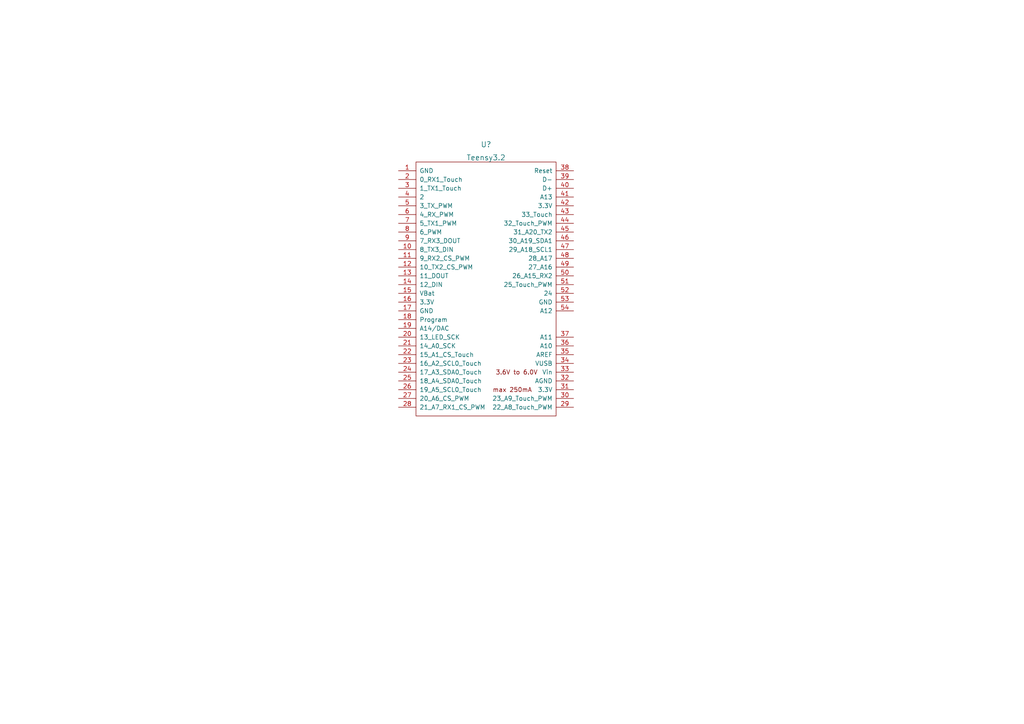
<source format=kicad_sch>
(kicad_sch (version 20211123) (generator eeschema)
  (paper "A4")
  (lib_symbols
    (symbol "Teensy:Teensy3.2" (pin_names (offset 1.016))
      (property "Reference" "U" (at 0 39.37 0))
      (property "Value" "Teensy3.2" (at 0 -39.37 0))
      (symbol "Teensy3.2_0_0"
        (text "3.6V to 6.0V" (at 8.89 -24.13 0) (effects (font (size 1.27 1.27))))
        (text "max 250mA" (at 7.62 -29.21 0) (effects (font (size 1.27 1.27))))
      )
      (symbol "Teensy3.2_0_1"
        (rectangle (start -20.32 -36.83) (end 20.32 36.83))
      )
      (symbol "Teensy3.2_1_1"
        (pin power_in line (at -25.4 34.29 0) (length 5.08) (name "GND") (number "1"))
        (pin bidirectional line (at -25.4 11.43 0) (length 5.08) (name "8_TX3_DIN") (number "10"))
        (pin bidirectional line (at -25.4 8.89 0) (length 5.08) (name "9_RX2_CS_PWM") (number "11"))
        (pin bidirectional line (at -25.4 6.35 0) (length 5.08) (name "10_TX2_CS_PWM") (number "12"))
        (pin bidirectional line (at -25.4 3.81 0) (length 5.08) (name "11_DOUT") (number "13"))
        (pin bidirectional line (at -25.4 1.27 0) (length 5.08) (name "12_DIN") (number "14"))
        (pin power_in line (at -25.4 -1.27 0) (length 5.08) (name "VBat") (number "15"))
        (pin power_out line (at -25.4 -3.81 0) (length 5.08) (name "3.3V") (number "16"))
        (pin power_in line (at -25.4 -6.35 0) (length 5.08) (name "GND") (number "17"))
        (pin input line (at -25.4 -8.89 0) (length 5.08) (name "Program") (number "18"))
        (pin bidirectional line (at -25.4 -11.43 0) (length 5.08) (name "A14/DAC") (number "19"))
        (pin bidirectional line (at -25.4 31.75 0) (length 5.08) (name "0_RX1_Touch") (number "2"))
        (pin bidirectional line (at -25.4 -13.97 0) (length 5.08) (name "13_LED_SCK") (number "20"))
        (pin bidirectional line (at -25.4 -16.51 0) (length 5.08) (name "14_A0_SCK") (number "21"))
        (pin bidirectional line (at -25.4 -19.05 0) (length 5.08) (name "15_A1_CS_Touch") (number "22"))
        (pin bidirectional line (at -25.4 -21.59 0) (length 5.08) (name "16_A2_SCL0_Touch") (number "23"))
        (pin bidirectional line (at -25.4 -24.13 0) (length 5.08) (name "17_A3_SDA0_Touch") (number "24"))
        (pin bidirectional line (at -25.4 -26.67 0) (length 5.08) (name "18_A4_SDA0_Touch") (number "25"))
        (pin bidirectional line (at -25.4 -29.21 0) (length 5.08) (name "19_A5_SCL0_Touch") (number "26"))
        (pin bidirectional line (at -25.4 -31.75 0) (length 5.08) (name "20_A6_CS_PWM") (number "27"))
        (pin bidirectional line (at -25.4 -34.29 0) (length 5.08) (name "21_A7_RX1_CS_PWM") (number "28"))
        (pin bidirectional line (at 25.4 -34.29 180) (length 5.08) (name "22_A8_Touch_PWM") (number "29"))
        (pin bidirectional line (at -25.4 29.21 0) (length 5.08) (name "1_TX1_Touch") (number "3"))
        (pin bidirectional line (at 25.4 -31.75 180) (length 5.08) (name "23_A9_Touch_PWM") (number "30"))
        (pin power_out line (at 25.4 -29.21 180) (length 5.08) (name "3.3V") (number "31"))
        (pin power_out line (at 25.4 -26.67 180) (length 5.08) (name "AGND") (number "32"))
        (pin power_in line (at 25.4 -24.13 180) (length 5.08) (name "Vin") (number "33"))
        (pin power_in line (at 25.4 -21.59 180) (length 5.08) (name "VUSB") (number "34"))
        (pin input line (at 25.4 -19.05 180) (length 5.08) (name "AREF") (number "35"))
        (pin bidirectional line (at 25.4 -16.51 180) (length 5.08) (name "A10") (number "36"))
        (pin bidirectional line (at 25.4 -13.97 180) (length 5.08) (name "A11") (number "37"))
        (pin input line (at 25.4 34.29 180) (length 5.08) (name "Reset") (number "38"))
        (pin bidirectional line (at 25.4 31.75 180) (length 5.08) (name "D-") (number "39"))
        (pin bidirectional line (at -25.4 26.67 0) (length 5.08) (name "2") (number "4"))
        (pin bidirectional line (at 25.4 29.21 180) (length 5.08) (name "D+") (number "40"))
        (pin bidirectional line (at 25.4 26.67 180) (length 5.08) (name "A13") (number "41"))
        (pin power_out line (at 25.4 24.13 180) (length 5.08) (name "3.3V") (number "42"))
        (pin bidirectional line (at 25.4 21.59 180) (length 5.08) (name "33_Touch") (number "43"))
        (pin bidirectional line (at 25.4 19.05 180) (length 5.08) (name "32_Touch_PWM") (number "44"))
        (pin bidirectional line (at 25.4 16.51 180) (length 5.08) (name "31_A20_TX2") (number "45"))
        (pin bidirectional line (at 25.4 13.97 180) (length 5.08) (name "30_A19_SDA1") (number "46"))
        (pin bidirectional line (at 25.4 11.43 180) (length 5.08) (name "29_A18_SCL1") (number "47"))
        (pin bidirectional line (at 25.4 8.89 180) (length 5.08) (name "28_A17") (number "48"))
        (pin bidirectional line (at 25.4 6.35 180) (length 5.08) (name "27_A16") (number "49"))
        (pin bidirectional line (at -25.4 24.13 0) (length 5.08) (name "3_TX_PWM") (number "5"))
        (pin bidirectional line (at 25.4 3.81 180) (length 5.08) (name "26_A15_RX2") (number "50"))
        (pin bidirectional line (at 25.4 1.27 180) (length 5.08) (name "25_Touch_PWM") (number "51"))
        (pin bidirectional line (at 25.4 -1.27 180) (length 5.08) (name "24") (number "52"))
        (pin power_in line (at 25.4 -3.81 180) (length 5.08) (name "GND") (number "53"))
        (pin bidirectional line (at 25.4 -6.35 180) (length 5.08) (name "A12") (number "54"))
        (pin bidirectional line (at -25.4 21.59 0) (length 5.08) (name "4_RX_PWM") (number "6"))
        (pin bidirectional line (at -25.4 19.05 0) (length 5.08) (name "5_TX1_PWM") (number "7"))
        (pin bidirectional line (at -25.4 16.51 0) (length 5.08) (name "6_PWM") (number "8"))
        (pin bidirectional line (at -25.4 13.97 0) (length 5.08) (name "7_RX3_DOUT") (number "9"))
      )
    )
  )
  (symbol (lib_id "Teensy:Teensy3.2") (at 140.97 83.82 0) (unit 1)
    (property "Reference" "U?" (at 140.97 41.91 0) (effects (font (size 1.524 1.524))))
    (property "Value" "Teensy3.2" (at 140.97 45.72 0) (effects (font (size 1.524 1.524))))
  )
)
</source>
